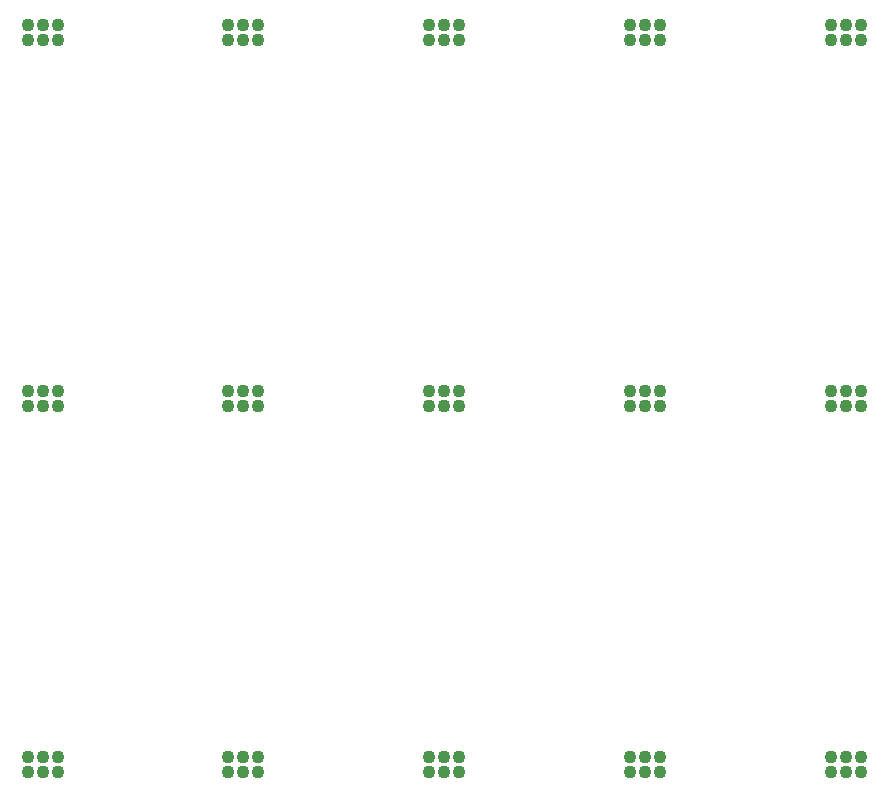
<source format=gbr>
%TF.GenerationSoftware,KiCad,Pcbnew,(7.0.0)*%
%TF.CreationDate,2023-03-26T22:08:02+02:00*%
%TF.ProjectId,PogoProbe 2030,506f676f-5072-46f6-9265-20323033302e,rev?*%
%TF.SameCoordinates,Original*%
%TF.FileFunction,Copper,L2,Bot*%
%TF.FilePolarity,Positive*%
%FSLAX46Y46*%
G04 Gerber Fmt 4.6, Leading zero omitted, Abs format (unit mm)*
G04 Created by KiCad (PCBNEW (7.0.0)) date 2023-03-26 22:08:02*
%MOMM*%
%LPD*%
G01*
G04 APERTURE LIST*
%TA.AperFunction,ComponentPad*%
%ADD10C,1.100000*%
%TD*%
G04 APERTURE END LIST*
D10*
%TO.P,REF\u002A\u002A,1*%
%TO.N,N/C*%
X181270000Y-118685000D03*
%TO.P,REF\u002A\u002A,2*%
X181270000Y-117415000D03*
%TO.P,REF\u002A\u002A,3*%
X180000000Y-118685000D03*
%TO.P,REF\u002A\u002A,4*%
X180000000Y-117415000D03*
%TO.P,REF\u002A\u002A,5*%
X178730000Y-118685000D03*
%TO.P,REF\u002A\u002A,6*%
X178730000Y-117415000D03*
%TD*%
%TO.P,REF\u002A\u002A,1*%
%TO.N,N/C*%
X181270000Y-56684999D03*
%TO.P,REF\u002A\u002A,2*%
X181270000Y-55414999D03*
%TO.P,REF\u002A\u002A,3*%
X180000000Y-56684999D03*
%TO.P,REF\u002A\u002A,4*%
X180000000Y-55414999D03*
%TO.P,REF\u002A\u002A,5*%
X178730000Y-56684999D03*
%TO.P,REF\u002A\u002A,6*%
X178730000Y-55414999D03*
%TD*%
%TO.P,REF\u002A\u002A,1*%
%TO.N,N/C*%
X181270000Y-87684999D03*
%TO.P,REF\u002A\u002A,2*%
X181270000Y-86414999D03*
%TO.P,REF\u002A\u002A,3*%
X180000000Y-87684999D03*
%TO.P,REF\u002A\u002A,4*%
X180000000Y-86414999D03*
%TO.P,REF\u002A\u002A,5*%
X178730000Y-87684999D03*
%TO.P,REF\u002A\u002A,6*%
X178730000Y-86414999D03*
%TD*%
%TO.P,REF\u002A\u002A,1*%
%TO.N,N/C*%
X164270000Y-118685000D03*
%TO.P,REF\u002A\u002A,2*%
X164270000Y-117415000D03*
%TO.P,REF\u002A\u002A,3*%
X163000000Y-118685000D03*
%TO.P,REF\u002A\u002A,4*%
X163000000Y-117415000D03*
%TO.P,REF\u002A\u002A,5*%
X161730000Y-118685000D03*
%TO.P,REF\u002A\u002A,6*%
X161730000Y-117415000D03*
%TD*%
%TO.P,REF\u002A\u002A,1*%
%TO.N,N/C*%
X164270000Y-56684999D03*
%TO.P,REF\u002A\u002A,2*%
X164270000Y-55414999D03*
%TO.P,REF\u002A\u002A,3*%
X163000000Y-56684999D03*
%TO.P,REF\u002A\u002A,4*%
X163000000Y-55414999D03*
%TO.P,REF\u002A\u002A,5*%
X161730000Y-56684999D03*
%TO.P,REF\u002A\u002A,6*%
X161730000Y-55414999D03*
%TD*%
%TO.P,REF\u002A\u002A,1*%
%TO.N,N/C*%
X164270000Y-87684999D03*
%TO.P,REF\u002A\u002A,2*%
X164270000Y-86414999D03*
%TO.P,REF\u002A\u002A,3*%
X163000000Y-87684999D03*
%TO.P,REF\u002A\u002A,4*%
X163000000Y-86414999D03*
%TO.P,REF\u002A\u002A,5*%
X161730000Y-87684999D03*
%TO.P,REF\u002A\u002A,6*%
X161730000Y-86414999D03*
%TD*%
%TO.P,REF\u002A\u002A,1*%
%TO.N,N/C*%
X147270000Y-118685000D03*
%TO.P,REF\u002A\u002A,2*%
X147270000Y-117415000D03*
%TO.P,REF\u002A\u002A,3*%
X146000000Y-118685000D03*
%TO.P,REF\u002A\u002A,4*%
X146000000Y-117415000D03*
%TO.P,REF\u002A\u002A,5*%
X144730000Y-118685000D03*
%TO.P,REF\u002A\u002A,6*%
X144730000Y-117415000D03*
%TD*%
%TO.P,REF\u002A\u002A,1*%
%TO.N,N/C*%
X147270000Y-56684999D03*
%TO.P,REF\u002A\u002A,2*%
X147270000Y-55414999D03*
%TO.P,REF\u002A\u002A,3*%
X146000000Y-56684999D03*
%TO.P,REF\u002A\u002A,4*%
X146000000Y-55414999D03*
%TO.P,REF\u002A\u002A,5*%
X144730000Y-56684999D03*
%TO.P,REF\u002A\u002A,6*%
X144730000Y-55414999D03*
%TD*%
%TO.P,REF\u002A\u002A,1*%
%TO.N,N/C*%
X147270000Y-87684999D03*
%TO.P,REF\u002A\u002A,2*%
X147270000Y-86414999D03*
%TO.P,REF\u002A\u002A,3*%
X146000000Y-87684999D03*
%TO.P,REF\u002A\u002A,4*%
X146000000Y-86414999D03*
%TO.P,REF\u002A\u002A,5*%
X144730000Y-87684999D03*
%TO.P,REF\u002A\u002A,6*%
X144730000Y-86414999D03*
%TD*%
%TO.P,REF\u002A\u002A,1*%
%TO.N,N/C*%
X130270000Y-118685000D03*
%TO.P,REF\u002A\u002A,2*%
X130270000Y-117415000D03*
%TO.P,REF\u002A\u002A,3*%
X129000000Y-118685000D03*
%TO.P,REF\u002A\u002A,4*%
X129000000Y-117415000D03*
%TO.P,REF\u002A\u002A,5*%
X127730000Y-118685000D03*
%TO.P,REF\u002A\u002A,6*%
X127730000Y-117415000D03*
%TD*%
%TO.P,REF\u002A\u002A,1*%
%TO.N,N/C*%
X130270000Y-56684999D03*
%TO.P,REF\u002A\u002A,2*%
X130270000Y-55414999D03*
%TO.P,REF\u002A\u002A,3*%
X129000000Y-56684999D03*
%TO.P,REF\u002A\u002A,4*%
X129000000Y-55414999D03*
%TO.P,REF\u002A\u002A,5*%
X127730000Y-56684999D03*
%TO.P,REF\u002A\u002A,6*%
X127730000Y-55414999D03*
%TD*%
%TO.P,REF\u002A\u002A,1*%
%TO.N,N/C*%
X130270000Y-87684999D03*
%TO.P,REF\u002A\u002A,2*%
X130270000Y-86414999D03*
%TO.P,REF\u002A\u002A,3*%
X129000000Y-87684999D03*
%TO.P,REF\u002A\u002A,4*%
X129000000Y-86414999D03*
%TO.P,REF\u002A\u002A,5*%
X127730000Y-87684999D03*
%TO.P,REF\u002A\u002A,6*%
X127730000Y-86414999D03*
%TD*%
%TO.P,REF\u002A\u002A,6*%
%TO.N,N/C*%
X110730000Y-55415000D03*
%TO.P,REF\u002A\u002A,5*%
X110730000Y-56685000D03*
%TO.P,REF\u002A\u002A,4*%
X112000000Y-55415000D03*
%TO.P,REF\u002A\u002A,3*%
X112000000Y-56685000D03*
%TO.P,REF\u002A\u002A,2*%
X113270000Y-55415000D03*
%TO.P,REF\u002A\u002A,1*%
X113270000Y-56685000D03*
%TD*%
%TO.P,REF\u002A\u002A,6*%
%TO.N,N/C*%
X110730000Y-86415000D03*
%TO.P,REF\u002A\u002A,5*%
X110730000Y-87685000D03*
%TO.P,REF\u002A\u002A,4*%
X112000000Y-86415000D03*
%TO.P,REF\u002A\u002A,3*%
X112000000Y-87685000D03*
%TO.P,REF\u002A\u002A,2*%
X113270000Y-86415000D03*
%TO.P,REF\u002A\u002A,1*%
X113270000Y-87685000D03*
%TD*%
%TO.P,REF\u002A\u002A,1*%
%TO.N,N/C*%
X113270000Y-118685001D03*
%TO.P,REF\u002A\u002A,2*%
X113270000Y-117415001D03*
%TO.P,REF\u002A\u002A,3*%
X112000000Y-118685001D03*
%TO.P,REF\u002A\u002A,4*%
X112000000Y-117415001D03*
%TO.P,REF\u002A\u002A,5*%
X110730000Y-118685001D03*
%TO.P,REF\u002A\u002A,6*%
X110730000Y-117415001D03*
%TD*%
M02*

</source>
